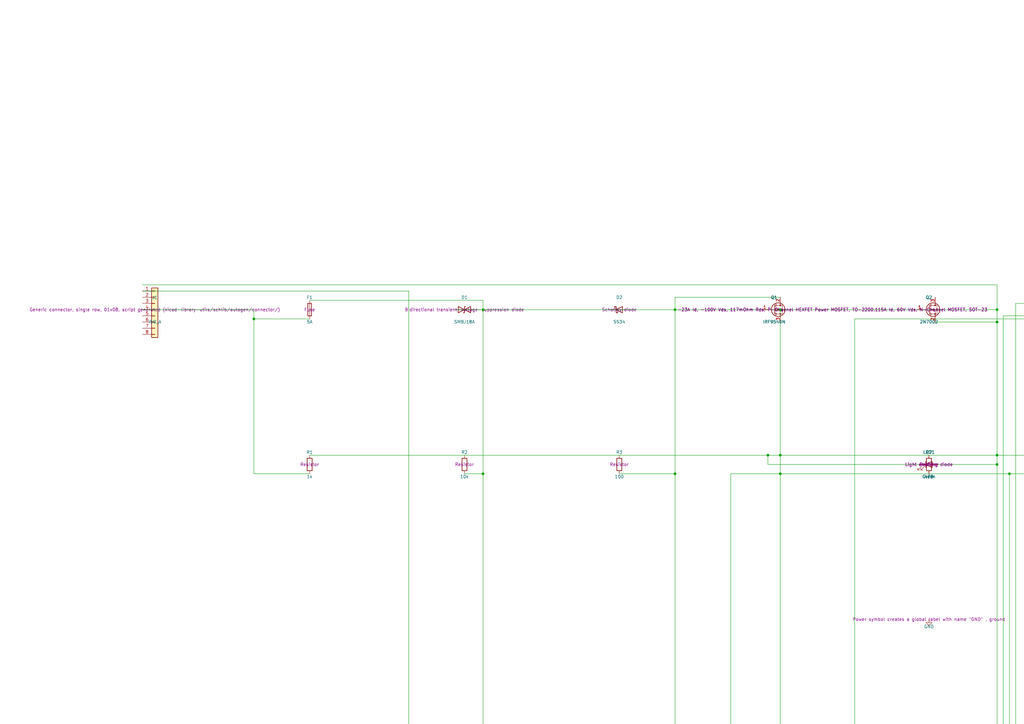
<source format=kicad_sch>
(kicad_sch (version 20250114) (generator "eeschema") (generator_version "9.0")
  (paper "A3")
  (title_block (title "WRX Power & CAN HAT") (date "2026-02-02T00:08:32.410828") (rev "1.0") (company "Auto-generated by Python"))
  (lib_symbols
    (symbol "Connector:Screw_Terminal_01x02" (pin_names (offset 1.016) (hide yes))
      (property "Reference" "J" (at 0 2.54 0))
      (property "Value" "Screw_Terminal_01x02" (at 0 -5.08 0))
      (symbol "Screw_Terminal_01x02_1_1"
        (pin passive line (at -5.08 0 0) (length 3.81) (name "Pin_1") (number "1"))
        (pin passive line (at -5.08 -2.54 0) (length 3.81) (name "Pin_2") (number "2"))
      )
    )
    (symbol "Connector_Generic:Conn_01x02" (pin_names (offset 1.016) (hide yes))
      (property "Reference" "J" (at 0 2.54 0))
      (property "Value" "Conn_01x02" (at 0 -5.08 0))
      (symbol "Conn_01x02_1_1"
        (pin passive line (at -5.08 0 0) (length 3.81) (name "Pin_1") (number "1"))
        (pin passive line (at -5.08 -2.54 0) (length 3.81) (name "Pin_2") (number "2"))
      )
    )
    (symbol "Connector_Generic:Conn_01x03" (pin_names (offset 1.016) (hide yes))
      (property "Reference" "J" (at 0 5.08 0))
      (property "Value" "Conn_01x03" (at 0 -5.08 0))
      (symbol "Conn_01x03_1_1"
        (pin passive line (at -5.08 2.54 0) (length 3.81) (name "Pin_1") (number "1"))
        (pin passive line (at -5.08 0 0) (length 3.81) (name "Pin_2") (number "2"))
        (pin passive line (at -5.08 -2.54 0) (length 3.81) (name "Pin_3") (number "3"))
      )
    )
    (symbol "Connector_Generic:Conn_01x06" (pin_names (offset 1.016) (hide yes))
      (property "Reference" "J" (at 0 7.62 0))
      (property "Value" "Conn_01x06" (at 0 -10.16 0))
      (symbol "Conn_01x06_1_1"
        (pin passive line (at -5.08 5.08 0) (length 3.81) (name "Pin_1") (number "1"))
        (pin passive line (at -5.08 2.54 0) (length 3.81) (name "Pin_2") (number "2"))
        (pin passive line (at -5.08 0 0) (length 3.81) (name "Pin_3") (number "3"))
        (pin passive line (at -5.08 -2.54 0) (length 3.81) (name "Pin_4") (number "4"))
        (pin passive line (at -5.08 -5.08 0) (length 3.81) (name "Pin_5") (number "5"))
        (pin passive line (at -5.08 -7.62 0) (length 3.81) (name "Pin_6") (number "6"))
      )
    )
    (symbol "Connector_Generic:Conn_01x08" (pin_names (offset 1.016) (hide yes))
      (property "Reference" "J" (at 0 10.16 0))
      (property "Value" "Conn_01x08" (at 0 -12.7 0))
      (symbol "Conn_01x08_1_1"
        (pin passive line (at -5.08 7.62 0) (length 3.81) (name "Pin_1") (number "1"))
        (pin passive line (at -5.08 5.08 0) (length 3.81) (name "Pin_2") (number "2"))
        (pin passive line (at -5.08 2.54 0) (length 3.81) (name "Pin_3") (number "3"))
        (pin passive line (at -5.08 0 0) (length 3.81) (name "Pin_4") (number "4"))
        (pin passive line (at -5.08 -2.54 0) (length 3.81) (name "Pin_5") (number "5"))
        (pin passive line (at -5.08 -5.08 0) (length 3.81) (name "Pin_6") (number "6"))
        (pin passive line (at -5.08 -7.62 0) (length 3.81) (name "Pin_7") (number "7"))
        (pin passive line (at -5.08 -10.16 0) (length 3.81) (name "Pin_8") (number "8"))
      )
    )
    (symbol "Connector_Generic:Conn_01x16" (pin_names (offset 1.016) (hide yes))
      (property "Reference" "J" (at 0 20.32 0))
      (property "Value" "Conn_01x16" (at 0 -22.86 0))
      (symbol "Conn_01x16_1_1"
        (pin passive line (at -5.08 17.78 0) (length 3.81) (name "Pin_1") (number "1"))
        (pin passive line (at -5.08 15.24 0) (length 3.81) (name "Pin_2") (number "2"))
        (pin passive line (at -5.08 12.7 0) (length 3.81) (name "Pin_3") (number "3"))
        (pin passive line (at -5.08 10.16 0) (length 3.81) (name "Pin_4") (number "4"))
        (pin passive line (at -5.08 7.62 0) (length 3.81) (name "Pin_5") (number "5"))
        (pin passive line (at -5.08 5.08 0) (length 3.81) (name "Pin_6") (number "6"))
        (pin passive line (at -5.08 2.54 0) (length 3.81) (name "Pin_7") (number "7"))
        (pin passive line (at -5.08 0 0) (length 3.81) (name "Pin_8") (number "8"))
        (pin passive line (at -5.08 -2.54 0) (length 3.81) (name "Pin_9") (number "9"))
        (pin passive line (at -5.08 -5.08 0) (length 3.81) (name "Pin_10") (number "10"))
        (pin passive line (at -5.08 -7.62 0) (length 3.81) (name "Pin_11") (number "11"))
        (pin passive line (at -5.08 -10.16 0) (length 3.81) (name "Pin_12") (number "12"))
        (pin passive line (at -5.08 -12.7 0) (length 3.81) (name "Pin_13") (number "13"))
        (pin passive line (at -5.08 -15.24 0) (length 3.81) (name "Pin_14") (number "14"))
        (pin passive line (at -5.08 -17.78 0) (length 3.81) (name "Pin_15") (number "15"))
        (pin passive line (at -5.08 -20.32 0) (length 3.81) (name "Pin_16") (number "16"))
      )
    )
    (symbol "Connector_Generic:Conn_02x03_Odd_Even" (pin_names (offset 1.016) (hide yes))
      (property "Reference" "J" (at 1.27 5.08 0))
      (property "Value" "Conn_02x03_Odd_Even" (at 1.27 -5.08 0))
      (symbol "Conn_02x03_Odd_Even_1_1"
        (pin passive line (at -5.08 2.54 0) (length 3.81) (name "Pin_1") (number "1"))
        (pin passive line (at -5.08 0 0) (length 3.81) (name "Pin_3") (number "3"))
        (pin passive line (at -5.08 -2.54 0) (length 3.81) (name "Pin_5") (number "5"))
        (pin passive line (at 7.62 2.54 180) (length 3.81) (name "Pin_2") (number "2"))
        (pin passive line (at 7.62 0 180) (length 3.81) (name "Pin_4") (number "4"))
        (pin passive line (at 7.62 -2.54 180) (length 3.81) (name "Pin_6") (number "6"))
      )
    )
    (symbol "Connector_Generic:Conn_02x20_Odd_Even" (pin_names (offset 1.016) (hide yes))
      (property "Reference" "J" (at 1.27 25.4 0))
      (property "Value" "Conn_02x20_Odd_Even" (at 1.27 -27.94 0))
      (symbol "Conn_02x20_Odd_Even_1_1"
        (pin passive line (at -5.08 22.86 0) (length 3.81) (name "Pin_1") (number "1"))
        (pin passive line (at -5.08 20.32 0) (length 3.81) (name "Pin_3") (number "3"))
        (pin passive line (at -5.08 17.78 0) (length 3.81) (name "Pin_5") (number "5"))
        (pin passive line (at -5.08 15.24 0) (length 3.81) (name "Pin_7") (number "7"))
        (pin passive line (at -5.08 12.7 0) (length 3.81) (name "Pin_9") (number "9"))
        (pin passive line (at -5.08 10.16 0) (length 3.81) (name "Pin_11") (number "11"))
        (pin passive line (at -5.08 7.62 0) (length 3.81) (name "Pin_13") (number "13"))
        (pin passive line (at -5.08 5.08 0) (length 3.81) (name "Pin_15") (number "15"))
        (pin passive line (at -5.08 2.54 0) (length 3.81) (name "Pin_17") (number "17"))
        (pin passive line (at -5.08 0 0) (length 3.81) (name "Pin_19") (number "19"))
        (pin passive line (at -5.08 -2.54 0) (length 3.81) (name "Pin_21") (number "21"))
        (pin passive line (at -5.08 -5.08 0) (length 3.81) (name "Pin_23") (number "23"))
        (pin passive line (at -5.08 -7.62 0) (length 3.81) (name "Pin_25") (number "25"))
        (pin passive line (at -5.08 -10.16 0) (length 3.81) (name "Pin_27") (number "27"))
        (pin passive line (at -5.08 -12.7 0) (length 3.81) (name "Pin_29") (number "29"))
        (pin passive line (at -5.08 -15.24 0) (length 3.81) (name "Pin_31") (number "31"))
        (pin passive line (at -5.08 -17.78 0) (length 3.81) (name "Pin_33") (number "33"))
        (pin passive line (at -5.08 -20.32 0) (length 3.81) (name "Pin_35") (number "35"))
        (pin passive line (at -5.08 -22.86 0) (length 3.81) (name "Pin_37") (number "37"))
        (pin passive line (at -5.08 -25.4 0) (length 3.81) (name "Pin_39") (number "39"))
        (pin passive line (at 7.62 22.86 180) (length 3.81) (name "Pin_2") (number "2"))
        (pin passive line (at 7.62 20.32 180) (length 3.81) (name "Pin_4") (number "4"))
        (pin passive line (at 7.62 17.78 180) (length 3.81) (name "Pin_6") (number "6"))
        (pin passive line (at 7.62 15.24 180) (length 3.81) (name "Pin_8") (number "8"))
        (pin passive line (at 7.62 12.7 180) (length 3.81) (name "Pin_10") (number "10"))
        (pin passive line (at 7.62 10.16 180) (length 3.81) (name "Pin_12") (number "12"))
        (pin passive line (at 7.62 7.62 180) (length 3.81) (name "Pin_14") (number "14"))
        (pin passive line (at 7.62 5.08 180) (length 3.81) (name "Pin_16") (number "16"))
        (pin passive line (at 7.62 2.54 180) (length 3.81) (name "Pin_18") (number "18"))
        (pin passive line (at 7.62 0 180) (length 3.81) (name "Pin_20") (number "20"))
        (pin passive line (at 7.62 -2.54 180) (length 3.81) (name "Pin_22") (number "22"))
        (pin passive line (at 7.62 -5.08 180) (length 3.81) (name "Pin_24") (number "24"))
        (pin passive line (at 7.62 -7.62 180) (length 3.81) (name "Pin_26") (number "26"))
        (pin passive line (at 7.62 -10.16 180) (length 3.81) (name "Pin_28") (number "28"))
        (pin passive line (at 7.62 -12.7 180) (length 3.81) (name "Pin_30") (number "30"))
        (pin passive line (at 7.62 -15.24 180) (length 3.81) (name "Pin_32") (number "32"))
        (pin passive line (at 7.62 -17.78 180) (length 3.81) (name "Pin_34") (number "34"))
        (pin passive line (at 7.62 -20.32 180) (length 3.81) (name "Pin_36") (number "36"))
        (pin passive line (at 7.62 -22.86 180) (length 3.81) (name "Pin_38") (number "38"))
        (pin passive line (at 7.62 -25.4 180) (length 3.81) (name "Pin_40") (number "40"))
      )
    )
    (symbol "Device:C" (pin_numbers (hide yes)) (pin_names (offset 0.254))
      (property "Reference" "C" (at 0.635 2.54 0))
      (property "Value" "C" (at 0.635 -2.54 0))
      (symbol "C_1_1"
        (pin passive line (at 0 3.81 270) (length 2.794) (name "~") (number "1"))
        (pin passive line (at 0 -3.81 90) (length 2.794) (name "~") (number "2"))
      )
    )
    (symbol "Device:Crystal" (pin_numbers (hide yes)) (pin_names (offset 1.016) (hide yes))
      (property "Reference" "Y" (at 0 3.81 0))
      (property "Value" "Crystal" (at 0 -3.81 0))
      (symbol "Crystal_1_1"
        (pin passive line (at -3.81 0 0) (length 1.27) (name "1") (number "1"))
        (pin passive line (at 3.81 0 180) (length 1.27) (name "2") (number "2"))
      )
    )
    (symbol "Device:D" (pin_numbers (hide yes)) (pin_names (offset 1.016) (hide yes))
      (property "Reference" "D" (at 0 2.54 0))
      (property "Value" "D" (at 0 -2.54 0))
      (symbol "D_1_1"
        (pin passive line (at -3.81 0 0) (length 2.54) (name "K") (number "1"))
        (pin passive line (at 3.81 0 180) (length 2.54) (name "A") (number "2"))
      )
    )
    (symbol "Device:D_Schottky" (pin_numbers (hide yes)) (pin_names (offset 1.016) (hide yes))
      (property "Reference" "D" (at 0 2.54 0))
      (property "Value" "D_Schottky" (at 0 -2.54 0))
      (symbol "D_Schottky_1_1"
        (pin passive line (at -3.81 0 0) (length 2.54) (name "K") (number "1"))
        (pin passive line (at 3.81 0 180) (length 2.54) (name "A") (number "2"))
      )
    )
    (symbol "Device:D_TVS" (pin_numbers (hide yes)) (pin_names (offset 1.016) (hide yes))
      (property "Reference" "D" (at 0 2.54 0))
      (property "Value" "D_TVS" (at 0 -2.54 0))
      (symbol "D_TVS_1_1"
        (pin passive line (at -3.81 0 0) (length 2.54) (name "A1") (number "1"))
        (pin passive line (at 3.81 0 180) (length 2.54) (name "A2") (number "2"))
      )
    )
    (symbol "Device:Fuse" (pin_numbers (hide yes)) (pin_names (offset 0))
      (property "Reference" "F" (at 2.032 0 90))
      (property "Value" "Fuse" (at -1.905 0 90))
      (symbol "Fuse_1_1"
        (pin passive line (at 0 3.81 270) (length 1.27) (name "~") (number "1"))
        (pin passive line (at 0 -3.81 90) (length 1.27) (name "~") (number "2"))
      )
    )
    (symbol "Device:L" (pin_numbers (hide yes)) (pin_names (offset 1.016) (hide yes))
      (property "Reference" "L" (at -1.27 0 90))
      (property "Value" "L" (at 1.905 0 90))
      (symbol "L_1_1"
        (pin passive line (at 0 3.81 270) (length 1.27) (name "1") (number "1"))
        (pin passive line (at 0 -3.81 90) (length 1.27) (name "2") (number "2"))
      )
    )
    (symbol "Device:LED" (pin_numbers (hide yes)) (pin_names (offset 1.016) (hide yes))
      (property "Reference" "D" (at 0 2.54 0))
      (property "Value" "LED" (at 0 -2.54 0))
      (symbol "LED_1_1"
        (pin passive line (at -3.81 0 0) (length 2.54) (name "K") (number "1"))
        (pin passive line (at 3.81 0 180) (length 2.54) (name "A") (number "2"))
      )
    )
    (symbol "Device:R" (pin_numbers (hide yes)) (pin_names (offset 0))
      (property "Reference" "R" (at 2.032 0 90))
      (property "Value" "R" (at 0 0 90))
      (symbol "R_1_1"
        (pin passive line (at 0 3.81 270) (length 1.27) (name "~") (number "1"))
        (pin passive line (at 0 -3.81 90) (length 1.27) (name "~") (number "2"))
      )
    )
    (symbol "Interface_CAN_LIN:SN65HVD230" (pin_names (offset 1.016))
      (property "Reference" "U" (at -2.54 10.16 0))
      (property "Value" "SN65HVD230" (at -2.54 7.62 0))
      (symbol "SN65HVD230_1_1"
        (pin input line (at -10.16 2.54 0) (length 2.54) (name "D") (number "1"))
        (pin output line (at -10.16 0 0) (length 2.54) (name "R") (number "4"))
        (pin output line (at -10.16 -2.54 0) (length 2.54) (name "Vref") (number "5"))
        (pin input line (at -10.16 -5.08 0) (length 2.54) (name "Rs") (number "8"))
        (pin power_in line (at 0 7.62 270) (length 2.54) (name "VCC") (number "3"))
        (pin power_in line (at 0 -10.16 90) (length 2.54) (name "GND") (number "2"))
        (pin bidirectional line (at 10.16 0 180) (length 2.54) (name "CANH") (number "7"))
        (pin bidirectional line (at 10.16 -2.54 180) (length 2.54) (name "CANL") (number "6"))
      )
    )
    (symbol "Isolator:LTV-817S" (pin_names (offset 1.016))
      (property "Reference" "U" (at -3.81 5.08 0))
      (property "Value" "LTV-817S" (at 0 -5.08 0))
      (symbol "LTV-817S_1_1"
        (pin passive line (at -7.62 2.54 0) (length 2.54) (name "~") (number "1"))
        (pin passive line (at -7.62 -2.54 0) (length 2.54) (name "~") (number "2"))
        (pin passive line (at 7.62 2.54 180) (length 2.54) (name "~") (number "4"))
        (pin passive line (at 7.62 -2.54 180) (length 2.54) (name "~") (number "3"))
      )
    )
    (symbol "Regulator_Linear:AMS1117-3.3"
      (property "Reference" "U" (at -3.81 3.175 0))
      (property "Value" "AMS1117-3.3" (at 0 3.175 0))
      (symbol "AMS1117-3.3_1_1"
        (pin power_in line (at -7.62 0 0) (length 2.54) (name "VI") (number "3"))
        (pin power_in line (at 0 -7.62 90) (length 2.54) (name "GND") (number "1"))
        (pin power_out line (at 7.62 0 180) (length 2.54) (name "VO") (number "2"))
      )
    )
    (symbol "Regulator_Switching:LM2596S-5"
      (property "Reference" "U" (at -10.16 6.35 0))
      (property "Value" "LM2596S-5" (at 0 6.35 0))
      (symbol "LM2596S-5_1_1"
        (pin power_in line (at -12.7 2.54 0) (length 2.54) (name "VIN") (number "1"))
        (pin input line (at -12.7 -2.54 0) (length 2.54) (name "~{ON}/OFF") (number "5"))
        (pin power_in line (at 0 -7.62 90) (length 2.54) (name "GND") (number "3"))
        (pin input line (at 12.7 2.54 180) (length 2.54) (name "FB") (number "4"))
        (pin output line (at 12.7 -2.54 180) (length 2.54) (name "OUT") (number "2"))
      )
    )
    (symbol "Transistor_FET:2N7002" (pin_names (offset 0) (hide yes))
      (property "Reference" "Q" (at 5.08 1.905 0))
      (property "Value" "2N7002" (at 5.08 0 0))
      (symbol "2N7002_1_1"
        (pin input line (at -5.08 0 0) (length 2.54) (name "G") (number "1"))
        (pin passive line (at 2.54 5.08 270) (length 2.54) (name "D") (number "3"))
        (pin passive line (at 2.54 -5.08 90) (length 2.54) (name "S") (number "2"))
      )
    )
    (symbol "Transistor_FET:IRF9540N" (pin_names (hide yes))
      (property "Reference" "Q" (at 5.08 1.905 0))
      (property "Value" "IRF9540N" (at 5.08 0 0))
      (symbol "IRF9540N_1_1"
        (pin input line (at -5.08 0 0) (length 2.54) (name "G") (number "1"))
        (pin passive line (at 2.54 5.08 270) (length 2.54) (name "D") (number "2"))
        (pin passive line (at 2.54 -5.08 90) (length 2.54) (name "S") (number "3"))
      )
    )
    (symbol "power:+3.3V" (power) (pin_numbers (hide yes)) (pin_names (offset 0) (hide yes))
      (property "Value" "+3.3V" (at 0 3.556 0))
      (symbol "+3.3V_1_1"
        (pin power_in line (at 0 0 90) (length 0) (name "~") (number "1"))
      )
    )
    (symbol "power:+5V" (power) (pin_numbers (hide yes)) (pin_names (offset 0) (hide yes))
      (property "Value" "+5V" (at 0 3.556 0))
      (symbol "+5V_1_1"
        (pin power_in line (at 0 0 90) (length 0) (name "~") (number "1"))
      )
    )
    (symbol "power:GND" (power) (pin_numbers (hide yes)) (pin_names (offset 0) (hide yes))
      (property "Value" "GND" (at 0 -3.81 0))
      (symbol "GND_1_1"
        (pin power_in line (at 0 0 270) (length 0) (name "~") (number "1"))
      )
    )
  )
  (junction (at 276.86 568.96))
  (junction (at 276.86 314.96))
  (junction (at 408.94 694.69))
  (junction (at 320.04 127))
  (junction (at 408.94 186.69))
  (junction (at 568.96 317.5))
  (junction (at 734.06 821.69))
  (junction (at 408.94 132.08))
  (junction (at 477.52 194.31))
  (junction (at 734.06 764.54))
  (junction (at 411.48 693.42))
  (junction (at 487.68 711.2))
  (junction (at 401.32 574.04))
  (junction (at 104.14 130.81))
  (junction (at 408.94 309.88))
  (junction (at 734.06 767.08))
  (junction (at 487.68 523.24))
  (junction (at 421.64 129.54))
  (junction (at 299.72 505.46))
  (junction (at 401.32 575.31))
  (junction (at 408.94 567.69))
  (junction (at 447.04 384.81))
  (junction (at 408.94 127))
  (junction (at 408.94 508))
  (junction (at 571.5 320.04))
  (junction (at 167.64 511.81))
  (junction (at 487.68 377.19))
  (junction (at 408.94 711.2))
  (junction (at 408.94 377.19))
  (junction (at 411.48 515.62))
  (junction (at 355.6 515.62))
  (junction (at 698.5 765.81))
  (junction (at 505.46 675.64))
  (junction (at 236.22 377.19))
  (junction (at 487.68 384.81))
  (junction (at 408.94 317.5))
  (junction (at 487.68 502.92))
  (junction (at 601.98 568.96))
  (junction (at 276.86 194.31))
  (junction (at 566.42 571.5))
  (junction (at 401.32 702.31))
  (junction (at 276.86 702.31))
  (junction (at 408.94 754.38))
  (junction (at 236.22 320.04))
  (junction (at 408.94 716.28))
  (junction (at 378.46 571.5))
  (junction (at 401.32 384.81))
  (junction (at 487.68 702.31))
  (junction (at 401.32 718.82))
  (junction (at 276.86 127))
  (junction (at 487.68 575.31))
  (junction (at 487.68 186.69))
  (junction (at 276.86 320.04))
  (junction (at 408.94 713.74))
  (junction (at 774.7 762))
  (junction (at 299.72 575.31))
  (junction (at 314.96 186.69))
  (junction (at 408.94 698.5))
  (junction (at 320.04 194.31))
  (junction (at 195.58 317.5))
  (junction (at 416.56 520.7))
  (junction (at 411.48 575.31))
  (junction (at 408.94 190.5))
  (junction (at 421.64 124.46))
  (junction (at 198.12 127))
  (junction (at 198.12 194.31))
  (junction (at 477.52 186.69))
  (junction (at 571.5 568.96))
  (junction (at 566.42 384.81))
  (junction (at 487.68 765.81))
  (junction (at 408.94 756.92))
  (junction (at 421.64 518.16))
  (junction (at 487.68 721.36))
  (junction (at 408.94 513.08))
  (junction (at 320.04 508))
  (junction (at 355.6 511.81))
  (junction (at 414.02 194.31))
  (junction (at 474.98 317.5))
  (junction (at 320.04 186.69))
  (junction (at 401.32 721.36))
  (junction (at 734.06 758.19))
  (junction (at 421.64 525.78))
  (junction (at 421.64 695.96))
  (junction (at 401.32 568.96))
  (junction (at 487.68 194.31))
  (junction (at 487.68 504.19))
  (junction (at 195.58 314.96))
  (wire (pts (xy 734.06 821.69) (xy 734.06 767.08)))
  (wire (pts (xy 195.58 317.5) (xy 408.94 317.5)))
  (wire (pts (xy 439.42 515.62) (xy 411.48 515.62)))
  (wire (pts (xy 198.12 123.19) (xy 198.12 127)))
  (wire (pts (xy 408.94 698.5) (xy 408.94 694.69)))
  (wire (pts (xy 299.72 194.31) (xy 299.72 505.46)))
  (wire (pts (xy 571.5 706.12) (xy 571.5 568.96)))
  (wire (pts (xy 254 497.84) (xy 350.52 497.84)))
  (wire (pts (xy 421.64 129.54) (xy 411.48 129.54)))
  (wire (pts (xy 408.94 754.38) (xy 408.94 716.28)))
  (wire (pts (xy 408.94 309.88) (xy 408.94 317.5)))
  (wire (pts (xy 408.94 713.74) (xy 408.94 711.2)))
  (wire (pts (xy 734.06 377.19) (xy 734.06 758.19)))
  (wire (pts (xy 375.92 721.36) (xy 401.32 721.36)))
  (wire (pts (xy 421.64 695.96) (xy 447.04 695.96)))
  (wire (pts (xy 762 758.19) (xy 734.06 758.19)))
  (wire (pts (xy 320.04 194.31) (xy 414.02 194.31)))
  (wire (pts (xy 186.69 127) (xy 198.12 127)))
  (wire (pts (xy 421.64 129.54) (xy 421.64 518.16)))
  (wire (pts (xy 487.68 702.31) (xy 401.32 702.31)))
  (wire (pts (xy 411.48 693.42) (xy 416.56 693.42)))
  (wire (pts (xy 254 377.19) (xy 236.22 377.19)))
  (wire (pts (xy 381 504.19) (xy 487.68 504.19)))
  (wire (pts (xy 421.64 124.46) (xy 421.64 129.54)))
  (wire (pts (xy 408.94 127) (xy 408.94 132.08)))
  (wire (pts (xy 276.86 314.96) (xy 276.86 320.04)))
  (wire (pts (xy 195.58 321.31) (xy 195.58 317.5)))
  (wire (pts (xy 401.32 568.96) (xy 276.86 568.96)))
  (wire (pts (xy 314.96 186.69) (xy 314.96 190.5)))
  (wire (pts (xy 127 690.88) (xy 167.64 690.88)))
  (wire (pts (xy 299.72 505.46) (xy 325.12 505.46)))
  (wire (pts (xy 190.5 313.69) (xy 401.32 313.69)))
  (wire (pts (xy 820.42 764.54) (xy 734.06 764.54)))
  (wire (pts (xy 487.68 384.81) (xy 487.68 502.92)))
  (wire (pts (xy 734.06 767.08) (xy 734.06 764.54)))
  (wire (pts (xy 408.94 756.92) (xy 408.94 754.38)))
  (wire (pts (xy 388.62 716.28) (xy 408.94 716.28)))
  (wire (pts (xy 414.02 194.31) (xy 477.52 194.31)))
  (wire (pts (xy 408.94 377.19) (xy 408.94 508)))
  (wire (pts (xy 401.32 575.31) (xy 411.48 575.31)))
  (wire (pts (xy 820.42 762) (xy 774.7 762)))
  (wire (pts (xy 377.19 190.5) (xy 314.96 190.5)))
  (wire (pts (xy 401.32 575.31) (xy 401.32 574.04)))
  (wire (pts (xy 350.52 130.81) (xy 350.52 497.84)))
  (wire (pts (xy 820.42 756.92) (xy 408.94 756.92)))
  (wire (pts (xy 236.22 320.04) (xy 276.86 320.04)))
  (wire (pts (xy 601.98 568.96) (xy 571.5 568.96)))
  (wire (pts (xy 408.94 132.08) (xy 408.94 186.69)))
  (wire (pts (xy 276.86 127) (xy 276.86 194.31)))
  (wire (pts (xy 198.12 127) (xy 198.12 194.31)))
  (wire (pts (xy 355.6 515.62) (xy 411.48 515.62)))
  (wire (pts (xy 566.42 508) (xy 505.46 508)))
  (wire (pts (xy 254 515.62) (xy 355.6 515.62)))
  (wire (pts (xy 236.22 384.81) (xy 401.32 384.81)))
  (wire (pts (xy 276.86 702.31) (xy 299.72 702.31)))
  (wire (pts (xy 698.5 384.81) (xy 698.5 765.81)))
  (wire (pts (xy 355.6 511.81) (xy 355.6 515.62)))
  (wire (pts (xy 566.42 711.2) (xy 487.68 711.2)))
  (wire (pts (xy 104.14 127) (xy 104.14 130.81)))
  (wire (pts (xy 276.86 121.92) (xy 276.86 127)))
  (wire (pts (xy 439.42 523.24) (xy 487.68 523.24)))
  (wire (pts (xy 408.94 513.08) (xy 408.94 508)))
  (wire (pts (xy 190.5 694.69) (xy 408.94 694.69)))
  (wire (pts (xy 355.6 510.54) (xy 355.6 511.81)))
  (wire (pts (xy 574.04 502.92) (xy 601.98 502.92)))
  (wire (pts (xy 58.42 116.84) (xy 408.94 116.84)))
  (wire (pts (xy 186.69 571.5) (xy 378.46 571.5)))
  (wire (pts (xy 575.31 317.5) (xy 568.96 317.5)))
  (wire (pts (xy 401.32 574.04) (xy 401.32 568.96)))
  (wire (pts (xy 571.5 320.04) (xy 566.42 320.04)))
  (wire (pts (xy 421.64 525.78) (xy 421.64 518.16)))
  (wire (pts (xy 378.46 571.5) (xy 378.46 765.81)))
  (wire (pts (xy 401.32 568.96) (xy 571.5 568.96)))
  (wire (pts (xy 320.04 194.31) (xy 320.04 508)))
  (wire (pts (xy 411.48 515.62) (xy 411.48 575.31)))
  (wire (pts (xy 375.92 695.96) (xy 421.64 695.96)))
  (wire (pts (xy 375.92 711.2) (xy 408.94 711.2)))
  (wire (pts (xy 571.5 567.69) (xy 568.96 567.69)))
  (wire (pts (xy 381 511.81) (xy 355.6 511.81)))
  (wire (pts (xy 254 194.31) (xy 276.86 194.31)))
  (wire (pts (xy 734.06 821.69) (xy 774.7 821.69)))
  (wire (pts (xy 58.42 127) (xy 104.14 127)))
  (wire (pts (xy 487.68 765.81) (xy 698.5 765.81)))
  (wire (pts (xy 571.5 575.31) (xy 487.68 575.31)))
  (wire (pts (xy 505.46 829.31) (xy 505.46 675.64)))
  (wire (pts (xy 408.94 716.28) (xy 408.94 713.74)))
  (wire (pts (xy 195.58 314.96) (xy 195.58 317.5)))
  (wire (pts (xy 566.42 706.12) (xy 571.5 706.12)))
  (wire (pts (xy 566.42 384.81) (xy 566.42 571.5)))
  (wire (pts (xy 487.68 194.31) (xy 487.68 377.19)))
  (wire (pts (xy 375.92 675.64) (xy 505.46 675.64)))
  (wire (pts (xy 421.64 124.46) (xy 452.12 124.46)))
  (wire (pts (xy 444.5 384.81) (xy 447.04 384.81)))
  (wire (pts (xy 243.84 505.46) (xy 299.72 505.46)))
  (wire (pts (xy 320.04 186.69) (xy 408.94 186.69)))
  (wire (pts (xy 487.68 377.19) (xy 487.68 384.81)))
  (wire (pts (xy 820.42 754.38) (xy 408.94 754.38)))
  (wire (pts (xy 487.68 702.31) (xy 487.68 575.31)))
  (wire (pts (xy 408.94 513.08) (xy 574.04 513.08)))
  (wire (pts (xy 487.68 502.92) (xy 487.68 504.19)))
  (wire (pts (xy 635 377.19) (xy 734.06 377.19)))
  (wire (pts (xy 408.94 698.5) (xy 421.64 698.5)))
  (wire (pts (xy 568.96 317.5) (xy 568.96 567.69)))
  (wire (pts (xy 190.5 321.31) (xy 195.58 321.31)))
  (wire (pts (xy 320.04 194.31) (xy 299.72 194.31)))
  (wire (pts (xy 447.04 384.81) (xy 447.04 695.96)))
  (wire (pts (xy 566.42 320.04) (xy 566.42 384.81)))
  (wire (pts (xy 439.42 518.16) (xy 421.64 518.16)))
  (wire (pts (xy 320.04 508) (xy 408.94 508)))
  (wire (pts (xy 408.94 186.69) (xy 408.94 190.5)))
  (wire (pts (xy 508 377.19) (xy 487.68 377.19)))
  (wire (pts (xy 487.68 702.31) (xy 698.5 702.31)))
  (wire (pts (xy 401.32 702.31) (xy 401.32 575.31)))
  (wire (pts (xy 487.68 523.24) (xy 487.68 575.31)))
  (wire (pts (xy 317.5 377.19) (xy 408.94 377.19)))
  (wire (pts (xy 487.68 721.36) (xy 487.68 711.2)))
  (wire (pts (xy 127 575.31) (xy 198.12 575.31)))
  (wire (pts (xy 190.5 702.31) (xy 276.86 702.31)))
  (wire (pts (xy 571.5 384.81) (xy 566.42 384.81)))
  (wire (pts (xy 601.98 568.96) (xy 693.42 568.96)))
  (wire (pts (xy 119.38 698.5) (xy 408.94 698.5)))
  (wire (pts (xy 487.68 186.69) (xy 635 186.69)))
  (wire (pts (xy 236.22 384.81) (xy 236.22 377.19)))
  (wire (pts (xy 320.04 127) (xy 408.94 127)))
  (wire (pts (xy 762 765.81) (xy 698.5 765.81)))
  (wire (pts (xy 421.64 695.96) (xy 421.64 525.78)))
  (wire (pts (xy 195.58 314.96) (xy 276.86 314.96)))
  (wire (pts (xy 474.98 317.5) (xy 408.94 317.5)))
  (wire (pts (xy 408.94 116.84) (xy 408.94 127)))
  (wire (pts (xy 820.42 767.08) (xy 734.06 767.08)))
  (wire (pts (xy 167.64 690.88) (xy 167.64 511.81)))
  (wire (pts (xy 444.5 377.19) (xy 408.94 377.19)))
  (wire (pts (xy 474.98 317.5) (xy 568.96 317.5)))
  (wire (pts (xy 401.32 721.36) (xy 487.68 721.36)))
  (wire (pts (xy 487.68 575.31) (xy 411.48 575.31)))
  (wire (pts (xy 401.32 721.36) (xy 401.32 718.82)))
  (wire (pts (xy 635 821.69) (xy 734.06 821.69)))
  (wire (pts (xy 299.72 702.31) (xy 299.72 575.31)))
  (wire (pts (xy 477.52 186.69) (xy 487.68 186.69)))
  (wire (pts (xy 127 130.81) (xy 104.14 130.81)))
  (wire (pts (xy 411.48 129.54) (xy 411.48 515.62)))
  (wire (pts (xy 474.98 123.19) (xy 474.98 317.5)))
  (wire (pts (xy 388.62 708.66) (xy 325.12 708.66)))
  (wire (pts (xy 408.94 317.5) (xy 408.94 377.19)))
  (wire (pts (xy 320.04 127) (xy 320.04 186.69)))
  (wire (pts (xy 317.5 511.81) (xy 167.64 511.81)))
  (wire (pts (xy 487.68 711.2) (xy 487.68 702.31)))
  (wire (pts (xy 114.3 320.04) (xy 236.22 320.04)))
  (wire (pts (xy 444.5 123.19) (xy 474.98 123.19)))
  (wire (pts (xy 276.86 702.31) (xy 276.86 568.96)))
  (wire (pts (xy 566.42 703.58) (xy 566.42 571.5)))
  (wire (pts (xy 276.86 127) (xy 320.04 127)))
  (wire (pts (xy 416.56 693.42) (xy 416.56 520.7)))
  (wire (pts (xy 421.64 698.5) (xy 421.64 695.96)))
  (wire (pts (xy 820.42 759.46) (xy 774.7 759.46)))
  (wire (pts (xy 299.72 575.31) (xy 299.72 505.46)))
  (wire (pts (xy 629.92 571.5) (xy 693.42 571.5)))
  (wire (pts (xy 276.86 194.31) (xy 276.86 314.96)))
  (wire (pts (xy 477.52 186.69) (xy 477.52 194.31)))
  (wire (pts (xy 384.81 190.5) (xy 408.94 190.5)))
  (wire (pts (xy 487.68 504.19) (xy 487.68 523.24)))
  (wire (pts (xy 320.04 186.69) (xy 320.04 194.31)))
  (wire (pts (xy 190.5 194.31) (xy 198.12 194.31)))
  (wire (pts (xy 487.68 765.81) (xy 487.68 721.36)))
  (wire (pts (xy 693.42 574.04) (xy 401.32 574.04)))
  (wire (pts (xy 314.96 186.69) (xy 320.04 186.69)))
  (wire (pts (xy 408.94 694.69) (xy 698.5 694.69)))
  (wire (pts (xy 447.04 384.81) (xy 487.68 384.81)))
  (wire (pts (xy 236.22 320.04) (xy 236.22 377.19)))
  (wire (pts (xy 566.42 713.74) (xy 408.94 713.74)))
  (wire (pts (xy 487.68 194.31) (xy 635 194.31)))
  (wire (pts (xy 421.64 124.46) (xy 416.56 124.46)))
  (wire (pts (xy 198.12 127) (xy 276.86 127)))
  (wire (pts (xy 487.68 765.81) (xy 378.46 765.81)))
  (wire (pts (xy 325.12 505.46) (xy 325.12 708.66)))
  (wire (pts (xy 299.72 575.31) (xy 401.32 575.31)))
  (wire (pts (xy 320.04 121.92) (xy 276.86 121.92)))
  (wire (pts (xy 408.94 190.5) (xy 408.94 309.88)))
  (wire (pts (xy 114.3 314.96) (xy 195.58 314.96)))
  (wire (pts (xy 104.14 130.81) (xy 104.14 194.31)))
  (wire (pts (xy 408.94 567.69) (xy 408.94 513.08)))
  (wire (pts (xy 127 186.69) (xy 314.96 186.69)))
  (wire (pts (xy 127 194.31) (xy 104.14 194.31)))
  (wire (pts (xy 401.32 384.81) (xy 401.32 568.96)))
  (wire (pts (xy 58.42 119.38) (xy 167.64 119.38)))
  (wire (pts (xy 408.94 758.19) (xy 408.94 756.92)))
  (wire (pts (xy 408.94 758.19) (xy 698.5 758.19)))
  (wire (pts (xy 411.48 693.42) (xy 411.48 575.31)))
  (wire (pts (xy 571.5 320.04) (xy 571.5 568.96)))
  (wire (pts (xy 408.94 694.69) (xy 408.94 567.69)))
  (wire (pts (xy 408.94 711.2) (xy 408.94 698.5)))
  (wire (pts (xy 127 309.88) (xy 408.94 309.88)))
  (wire (pts (xy 601.98 502.92) (xy 601.98 568.96)))
  (wire (pts (xy 383.54 132.08) (xy 408.94 132.08)))
  (wire (pts (xy 243.84 510.54) (xy 355.6 510.54)))
  (wire (pts (xy 414.02 194.31) (xy 414.02 571.5)))
  (wire (pts (xy 254 575.31) (xy 299.72 575.31)))
  (wire (pts (xy 243.84 508) (xy 320.04 508)))
  (wire (pts (xy 508 384.81) (xy 487.68 384.81)))
  (wire (pts (xy 375.92 693.42) (xy 411.48 693.42)))
  (wire (pts (xy 635 384.81) (xy 698.5 384.81)))
  (wire (pts (xy 505.46 508) (xy 505.46 675.64)))
  (wire (pts (xy 416.56 124.46) (xy 416.56 520.7)))
  (wire (pts (xy 388.62 718.82) (xy 401.32 718.82)))
  (wire (pts (xy 243.84 502.92) (xy 487.68 502.92)))
  (wire (pts (xy 378.46 571.5) (xy 414.02 571.5)))
  (wire (pts (xy 439.42 520.7) (xy 416.56 520.7)))
  (wire (pts (xy 487.68 186.69) (xy 487.68 194.31)))
  (wire (pts (xy 571.5 320.04) (xy 642.62 320.04)))
  (wire (pts (xy 487.68 194.31) (xy 477.52 194.31)))
  (wire (pts (xy 408.94 186.69) (xy 477.52 186.69)))
  (wire (pts (xy 127 123.19) (xy 198.12 123.19)))
  (wire (pts (xy 774.7 762) (xy 774.7 821.69)))
  (wire (pts (xy 502.92 571.5) (xy 566.42 571.5)))
  (wire (pts (xy 401.32 718.82) (xy 401.32 702.31)))
  (wire (pts (xy 401.32 313.69) (xy 401.32 384.81)))
  (wire (pts (xy 198.12 194.31) (xy 198.12 575.31)))
  (wire (pts (xy 734.06 764.54) (xy 734.06 758.19)))
  (wire (pts (xy 444.5 130.81) (xy 350.52 130.81)))
  (wire (pts (xy 276.86 320.04) (xy 276.86 568.96)))
  (wire (pts (xy 774.7 759.46) (xy 774.7 762)))
  (wire (pts (xy 167.64 119.38) (xy 167.64 511.81)))
  (wire (pts (xy 571.5 829.31) (xy 505.46 829.31)))
  (wire (pts (xy 421.64 129.54) (xy 452.12 129.54)))
  (wire (pts (xy 127 567.69) (xy 408.94 567.69)))
  (wire (pts (xy 439.42 525.78) (xy 421.64 525.78)))
  (symbol (lib_id "Device:C") (at 635 190.5 0) (unit 1)
    (property "Reference" "C10" (at 635 185.5 0))
    (property "Value" "10uF" (at 635 195.5 0))
    (property "Description" "Unpolarized capacitor" (at 635 190.5 0))
  )
  (symbol (lib_id "Device:R") (at 254 381 0) (unit 1)
    (property "Reference" "R4" (at 254 376 0))
    (property "Value" "1.5k" (at 254 386 0))
    (property "Description" "Resistor" (at 254 381 0))
  )
  (symbol (lib_id "Device:R") (at 317.5 381 0) (unit 1)
    (property "Reference" "R5" (at 317.5 376 0))
    (property "Value" "1k" (at 317.5 386 0))
    (property "Description" "Resistor" (at 317.5 381 0))
  )
  (symbol (lib_id "Device:Crystal") (at 190.5 571.5 0) (unit 1)
    (property "Reference" "Y1" (at 190.5 566.5 0))
    (property "Value" "8MHz" (at 190.5 576.5 0))
    (property "Description" "Two pin crystal" (at 190.5 571.5 0))
  )
  (symbol (lib_id "Device:C") (at 698.5 762 0) (unit 1)
    (property "Reference" "C14" (at 698.5 757 0))
    (property "Value" "2.2uF" (at 698.5 767 0))
    (property "Description" "Unpolarized capacitor" (at 698.5 762 0))
  )
  (symbol (lib_id "Connector_Generic:Conn_01x16") (at 444.5 508 0) (unit 1)
    (property "Reference" "J3" (at 444.5 503 0))
    (property "Value" "OBD-II" (at 444.5 513 0))
    (property "Description" "Generic connector, single row, 01x16, script generated (kicad-library-utils/schlib/autogen/connector/)" (at 444.5 508 0))
  )
  (symbol (lib_id "Connector_Generic:Conn_01x02") (at 635 571.5 0) (unit 1)
    (property "Reference" "J6" (at 635 566.5 0))
    (property "Value" "FAN" (at 635 576.5 0))
    (property "Description" "Generic connector, single row, 01x02, script generated (kicad-library-utils/schlib/autogen/connector/)" (at 635 571.5 0))
  )
  (symbol (lib_id "Device:CP") (at 190.5 381 0) (unit 1)
    (property "Reference" "C?" (at 190.5 376 0))
    (property "Value" "220uF" (at 190.5 386 0))
  )
  (symbol (lib_id "Device:R") (at 635 381 0) (unit 1)
    (property "Reference" "R16" (at 635 376 0))
    (property "Value" "470" (at 635 386 0))
    (property "Description" "Resistor" (at 635 381 0))
  )
  (symbol (lib_id "Device:R") (at 381 508 0) (unit 1)
    (property "Reference" "R8" (at 381 503 0))
    (property "Value" "120" (at 381 513 0))
    (property "Description" "Resistor" (at 381 508 0))
  )
  (symbol (lib_id "Device:D") (at 635 508 0) (unit 1)
    (property "Reference" "D4" (at 635 503 0))
    (property "Value" "1N4148" (at 635 513 0))
    (property "Description" "Diode" (at 635 508 0))
    (property "Sim.Device" "D" (effects (hide yes)))
    (property "Sim.Pins" "1=K 2=A" (effects (hide yes)))
  )
  (symbol (lib_id "Device:C") (at 635 698.5 0) (unit 1)
    (property "Reference" "C11" (at 635 693.5 0))
    (property "Value" "1uF" (at 635 703.5 0))
    (property "Description" "Unpolarized capacitor" (at 635 698.5 0))
  )
  (symbol (lib_id "Connector:Screw_Terminal_01x02") (at 444.5 571.5 0) (unit 1)
    (property "Reference" "J4" (at 444.5 566.5 0))
    (property "Value" "CAN_Term" (at 444.5 576.5 0))
    (property "Description" "Generic screw terminal, single row, 01x02, script generated (kicad-library-utils/schlib/autogen/connector/)" (at 444.5 571.5 0))
  )
  (symbol (lib_id "Device:D_Schottky") (at 254 127 0) (unit 1)
    (property "Reference" "D2" (at 254 122 0))
    (property "Value" "SS34" (at 254 132 0))
    (property "Description" "Schottky diode" (at 254 127 0))
  )
  (symbol (lib_id "Device:C") (at 571.5 190.5 0) (unit 1)
    (property "Reference" "C8" (at 571.5 185.5 0))
    (property "Value" "100nF" (at 571.5 195.5 0))
    (property "Description" "Unpolarized capacitor" (at 571.5 190.5 0))
  )
  (symbol (lib_id "Device:C") (at 381 571.5 0) (unit 1)
    (property "Reference" "C6" (at 381 566.5 0))
    (property "Value" "22pF" (at 381 576.5 0))
    (property "Description" "Unpolarized capacitor" (at 381 571.5 0))
  )
  (symbol (lib_id "Device:C") (at 635 762 0) (unit 1)
    (property "Reference" "C12" (at 635 757 0))
    (property "Value" "2.2uF" (at 635 767 0))
    (property "Description" "Unpolarized capacitor" (at 635 762 0))
  )
  (symbol (lib_id "Device:CP") (at 317.5 190.5 0) (unit 1)
    (property "Reference" "C?" (at 317.5 185.5 0))
    (property "Value" "100uF" (at 317.5 195.5 0))
  )
  (symbol (lib_id "Device:L") (at 190.5 317.5 0) (unit 1)
    (property "Reference" "L1" (at 190.5 312.5 0))
    (property "Value" "33uH" (at 190.5 322.5 0))
    (property "Description" "Inductor" (at 190.5 317.5 0))
  )
  (symbol (lib_id "Connector_Generic:Conn_01x08") (at 63.5 127 0) (unit 1)
    (property "Reference" "J1" (at 63.5 122 0))
    (property "Value" "ISO_A" (at 63.5 132 0))
    (property "Description" "Generic connector, single row, 01x08, script generated (kicad-library-utils/schlib/autogen/connector/)" (at 63.5 127 0))
  )
  (symbol (lib_id "Regulator_Linear:AMS1117-3.3") (at 127 698.5 0) (unit 1)
    (property "Reference" "U2" (at 127 693.5 0))
    (property "Value" "AMS1117-3.3" (at 127 703.5 0))
    (property "Footprint" "Package_TO_SOT_SMD:SOT-223-3_TabPin2" (effects (hide yes)))
    (property "Datasheet" "http://www.advanced-monolithic.com/pdf/ds1117.pdf" (effects (hide yes)))
    (property "Description" "1A Low Dropout regulator, positive, 3.3V fixed output, SOT-223" (at 127 698.5 0))
  )
  (symbol (lib_id "Connector_Generic:Conn_02x20_Odd_Even") (at 381 698.5 0) (unit 1)
    (property "Reference" "J2" (at 381 693.5 0))
    (property "Value" "Pi_GPIO" (at 381 703.5 0))
    (property "Description" "Generic connector, double row, 02x20, odd/even pin numbering scheme (row 1 odd numbers, row 2 even numbers), script generated (kicad-library-utils/schlib/autogen/connector/)" (at 381 698.5 0))
  )
  (symbol (lib_id "Device:C") (at 254 698.5 0) (unit 1)
    (property "Reference" "C4" (at 254 693.5 0))
    (property "Value" "10uF" (at 254 703.5 0))
    (property "Description" "Unpolarized capacitor" (at 254 698.5 0))
  )
  (symbol (lib_id "Device:R") (at 571.5 825.5 0) (unit 1)
    (property "Reference" "R15" (at 571.5 820.5 0))
    (property "Value" "1k" (at 571.5 830.5 0))
    (property "Description" "Resistor" (at 571.5 825.5 0))
  )
  (symbol (lib_id "MCU_Microchip_ATtiny:ATtiny85-20PU") (at 444.5 317.5 0) (unit 1)
    (property "Reference" "U?" (at 444.5 312.5 0))
    (property "Value" "ATtiny85" (at 444.5 322.5 0))
  )
  (symbol (lib_id "Device:C") (at 444.5 381 0) (unit 1)
    (property "Reference" "C7" (at 444.5 376 0))
    (property "Value" "100nF" (at 444.5 386 0))
    (property "Description" "Unpolarized capacitor" (at 444.5 381 0))
  )
  (symbol (lib_id "power:+3.3V") (at 63.5 635 0) (unit 1)
    (property "Reference" "#PWR03" (effects (hide yes)))
    (property "Value" "+3.3V" (at 63.5 638 0))
    (property "Description" "Power symbol creates a global label with name \"+3.3V\"" (at 63.5 635 0))
  )
  (symbol (lib_id "Device:R") (at 698.5 825.5 0) (unit 1)
    (property "Reference" "R18" (at 698.5 820.5 0))
    (property "Value" "1k" (at 698.5 830.5 0))
    (property "Description" "Resistor" (at 698.5 825.5 0))
  )
  (symbol (lib_id "Device:R") (at 571.5 571.5 0) (unit 1)
    (property "Reference" "R14" (at 571.5 566.5 0))
    (property "Value" "1k" (at 571.5 576.5 0))
    (property "Description" "Resistor" (at 571.5 571.5 0))
  )
  (symbol (lib_id "Connector_Generic:Conn_01x03") (at 698.5 571.5 0) (unit 1)
    (property "Reference" "JP2" (at 698.5 566.5 0))
    (property "Value" "5V/12V" (at 698.5 576.5 0))
    (property "Description" "Generic connector, single row, 01x03, script generated (kicad-library-utils/schlib/autogen/connector/)" (at 698.5 571.5 0))
  )
  (symbol (lib_id "Isolator:LTV-817S") (at 444.5 127 0) (unit 1)
    (property "Reference" "U4" (at 444.5 122 0))
    (property "Value" "LTV-817S" (at 444.5 132 0))
    (property "Footprint" "Package_DIP:SMDIP-4_W9.53mm" (effects (hide yes)))
    (property "Datasheet" "http://www.us.liteon.com/downloads/LTV-817-827-847.PDF" (effects (hide yes)))
    (property "Description" "DC Optocoupler, Vce 35V, CTR 50%, SMDIP-4" (at 444.5 127 0))
  )
  (symbol (lib_id "Device:R") (at 317.5 508 0) (unit 1)
    (property "Reference" "R6" (at 317.5 503 0))
    (property "Value" "10k" (at 317.5 513 0))
    (property "Description" "Resistor" (at 317.5 508 0))
  )
  (symbol (lib_id "Device:R") (at 508 190.5 0) (unit 1)
    (property "Reference" "R11" (at 508 185.5 0))
    (property "Value" "10k" (at 508 195.5 0))
    (property "Description" "Resistor" (at 508 190.5 0))
  )
  (symbol (lib_id "Connector_Generic:Conn_01x02") (at 508 571.5 0) (unit 1)
    (property "Reference" "JP1" (at 508 566.5 0))
    (property "Value" "Jumper" (at 508 576.5 0))
    (property "Description" "Generic connector, single row, 01x02, script generated (kicad-library-utils/schlib/autogen/connector/)" (at 508 571.5 0))
  )
  (symbol (lib_id "Device:R") (at 571.5 381 0) (unit 1)
    (property "Reference" "R13" (at 571.5 376 0))
    (property "Value" "470" (at 571.5 386 0))
    (property "Description" "Resistor" (at 571.5 381 0))
  )
  (symbol (lib_id "Device:C") (at 190.5 698.5 0) (unit 1)
    (property "Reference" "C2" (at 190.5 693.5 0))
    (property "Value" "10uF" (at 190.5 703.5 0))
    (property "Description" "Unpolarized capacitor" (at 190.5 698.5 0))
  )
  (symbol (lib_id "Device:R") (at 635 825.5 0) (unit 1)
    (property "Reference" "R17" (at 635 820.5 0))
    (property "Value" "1k" (at 635 830.5 0))
    (property "Description" "Resistor" (at 635 825.5 0))
  )
  (symbol (lib_id "Device:R") (at 444.5 127 0) (unit 1)
    (property "Reference" "R9" (at 444.5 122 0))
    (property "Value" "10k" (at 444.5 132 0))
    (property "Description" "Resistor" (at 444.5 127 0))
  )
  (symbol (lib_id "Device:D_Schottky") (at 254 317.5 0) (unit 1)
    (property "Reference" "D3" (at 254 312.5 0))
    (property "Value" "SS54" (at 254 322.5 0))
    (property "Description" "Schottky diode" (at 254 317.5 0))
  )
  (symbol (lib_id "Regulator_Switching:LM2596S-5") (at 127 317.5 0) (unit 1)
    (property "Reference" "U1" (at 127 312.5 0))
    (property "Value" "LM2596S-5.0" (at 127 322.5 0))
    (property "Footprint" "Package_TO_SOT_SMD:TO-263-5_TabPin3" (effects (hide yes)))
    (property "Datasheet" "http://www.ti.com/lit/ds/symlink/lm2596.pdf" (effects (hide yes)))
    (property "Description" "5V 3A Step-Down Voltage Regulator, TO-263" (at 127 317.5 0))
  )
  (symbol (lib_id "Device:R") (at 508 381 0) (unit 1)
    (property "Reference" "R12" (at 508 376 0))
    (property "Value" "10k" (at 508 386 0))
    (property "Description" "Resistor" (at 508 381 0))
  )
  (symbol (lib_id "Connector_Generic:Conn_01x06") (at 825.5 762 0) (unit 1)
    (property "Reference" "J7" (at 825.5 757 0))
    (property "Value" "Audio" (at 825.5 767 0))
    (property "Description" "Generic connector, single row, 01x06, script generated (kicad-library-utils/schlib/autogen/connector/)" (at 825.5 762 0))
  )
  (symbol (lib_id "Device:C") (at 571.5 762 0) (unit 1)
    (property "Reference" "C9" (at 571.5 757 0))
    (property "Value" "2.2uF" (at 571.5 767 0))
    (property "Description" "Unpolarized capacitor" (at 571.5 762 0))
  )
  (symbol (lib_id "Connector_Generic:Conn_01x16") (at 571.5 698.5 0) (unit 1)
    (property "Reference" "U5" (at 571.5 693.5 0))
    (property "Value" "PCM5142" (at 571.5 703.5 0))
    (property "Description" "Generic connector, single row, 01x16, script generated (kicad-library-utils/schlib/autogen/connector/)" (at 571.5 698.5 0))
  )
  (symbol (lib_id "Transistor_FET:2N7002") (at 381 127 0) (unit 1)
    (property "Reference" "Q2" (at 381 122 0))
    (property "Value" "2N7002" (at 381 132 0))
    (property "Footprint" "Package_TO_SOT_SMD:SOT-23" (effects (hide yes)))
    (property "Datasheet" "https://www.onsemi.com/pub/Collateral/NDS7002A-D.PDF" (effects (hide yes)))
    (property "Description" "0.115A Id, 60V Vds, N-Channel MOSFET, SOT-23" (at 381 127 0))
  )
  (symbol (lib_id "Device:LED") (at 571.5 317.5 0) (unit 1)
    (property "Reference" "LED3" (at 571.5 312.5 0))
    (property "Value" "Yellow" (at 571.5 322.5 0))
    (property "Description" "Light emitting diode" (at 571.5 317.5 0))
    (property "Sim.Pins" "1=K 2=A" (effects (hide yes)))
  )
  (symbol (lib_id "Device:C") (at 254 571.5 0) (unit 1)
    (property "Reference" "C3" (at 254 566.5 0))
    (property "Value" "100nF" (at 254 576.5 0))
    (property "Description" "Unpolarized capacitor" (at 254 571.5 0))
  )
  (symbol (lib_id "Device:R") (at 444.5 190.5 0) (unit 1)
    (property "Reference" "R10" (at 444.5 185.5 0))
    (property "Value" "1k" (at 444.5 195.5 0))
    (property "Description" "Resistor" (at 444.5 190.5 0))
  )
  (symbol (lib_id "Device:R") (at 190.5 190.5 0) (unit 1)
    (property "Reference" "R2" (at 190.5 185.5 0))
    (property "Value" "10k" (at 190.5 195.5 0))
    (property "Description" "Resistor" (at 190.5 190.5 0))
  )
  (symbol (lib_id "Device:LED") (at 508 317.5 0) (unit 1)
    (property "Reference" "LED2" (at 508 312.5 0))
    (property "Value" "Red" (at 508 322.5 0))
    (property "Description" "Light emitting diode" (at 508 317.5 0))
    (property "Sim.Pins" "1=K 2=A" (effects (hide yes)))
  )
  (symbol (lib_id "Transistor_FET:2N7002") (at 571.5 508 0) (unit 1)
    (property "Reference" "Q3" (at 571.5 503 0))
    (property "Value" "2N7002" (at 571.5 513 0))
    (property "Footprint" "Package_TO_SOT_SMD:SOT-23" (effects (hide yes)))
    (property "Datasheet" "https://www.onsemi.com/pub/Collateral/NDS7002A-D.PDF" (effects (hide yes)))
    (property "Description" "0.115A Id, 60V Vds, N-Channel MOSFET, SOT-23" (at 571.5 508 0))
  )
  (symbol (lib_id "Device:LED") (at 381 190.5 0) (unit 1)
    (property "Reference" "LED1" (at 381 185.5 0))
    (property "Value" "Green" (at 381 195.5 0))
    (property "Description" "Light emitting diode" (at 381 190.5 0))
    (property "Sim.Pins" "1=K 2=A" (effects (hide yes)))
  )
  (symbol (lib_id "Interface_CAN_LIN:SN65HVD230") (at 254 508 0) (unit 1)
    (property "Reference" "U3" (at 254 503 0))
    (property "Value" "SN65HVD230" (at 254 513 0))
    (property "Footprint" "Package_SO:SOIC-8_3.9x4.9mm_P1.27mm" (effects (hide yes)))
    (property "Datasheet" "http://www.ti.com/lit/ds/symlink/sn65hvd230.pdf" (effects (hide yes)))
    (property "Description" "CAN Bus Transceivers, 3.3V, 1Mbps, Low-Power capabilities, SOIC-8" (at 254 508 0))
  )
  (symbol (lib_id "Device:R") (at 254 190.5 0) (unit 1)
    (property "Reference" "R3" (at 254 185.5 0))
    (property "Value" "100" (at 254 195.5 0))
    (property "Description" "Resistor" (at 254 190.5 0))
  )
  (symbol (lib_id "Device:C") (at 698.5 698.5 0) (unit 1)
    (property "Reference" "C13" (at 698.5 693.5 0))
    (property "Value" "1uF" (at 698.5 703.5 0))
    (property "Description" "Unpolarized capacitor" (at 698.5 698.5 0))
  )
  (symbol (lib_id "power:+5V") (at 381 444.5 0) (unit 1)
    (property "Reference" "#PWR06" (effects (hide yes)))
    (property "Value" "+5V" (at 381 447.5 0))
    (property "Description" "Power symbol creates a global label with name \"+5V\"" (at 381 444.5 0))
  )
  (symbol (lib_id "Device:C") (at 762 762 0) (unit 1)
    (property "Reference" "C15" (at 762 757 0))
    (property "Value" "2.2uF" (at 762 767 0))
    (property "Description" "Unpolarized capacitor" (at 762 762 0))
  )
  (symbol (lib_id "Device:R") (at 381 190.5 0) (unit 1)
    (property "Reference" "R7" (at 381 185.5 0))
    (property "Value" "470" (at 381 195.5 0))
    (property "Description" "Resistor" (at 381 190.5 0))
  )
  (symbol (lib_id "Connector_Generic:Conn_02x03_Odd_Even") (at 635 317.5 0) (unit 1)
    (property "Reference" "J5" (at 635 312.5 0))
    (property "Value" "ISP" (at 635 322.5 0))
    (property "Description" "Generic connector, double row, 02x03, odd/even pin numbering scheme (row 1 odd numbers, row 2 even numbers), script generated (kicad-library-utils/schlib/autogen/connector/)" (at 635 317.5 0))
  )
  (symbol (lib_id "Interface_CAN_LIN:MCP2515-I_SO") (at 127 508 0) (unit 1)
    (property "Reference" "U?" (at 127 503 0))
    (property "Value" "MCP2515" (at 127 513 0))
  )
  (symbol (lib_id "Device:C") (at 127 571.5 0) (unit 1)
    (property "Reference" "C1" (at 127 566.5 0))
    (property "Value" "100nF" (at 127 576.5 0))
    (property "Description" "Unpolarized capacitor" (at 127 571.5 0))
  )
  (symbol (lib_id "Device:R") (at 762 825.5 0) (unit 1)
    (property "Reference" "R19" (at 762 820.5 0))
    (property "Value" "1k" (at 762 830.5 0))
    (property "Description" "Resistor" (at 762 825.5 0))
  )
  (symbol (lib_id "Device:R") (at 127 190.5 0) (unit 1)
    (property "Reference" "R1" (at 127 185.5 0))
    (property "Value" "1k" (at 127 195.5 0))
    (property "Description" "Resistor" (at 127 190.5 0))
  )
  (symbol (lib_id "Device:D_TVS") (at 190.5 127 0) (unit 1)
    (property "Reference" "D1" (at 190.5 122 0))
    (property "Value" "SMBJ18A" (at 190.5 132 0))
    (property "Description" "Bidirectional transient-voltage-suppression diode" (at 190.5 127 0))
  )
  (symbol (lib_id "Device:Fuse") (at 127 127 0) (unit 1)
    (property "Reference" "F1" (at 127 122 0))
    (property "Value" "5A" (at 127 132 0))
    (property "Description" "Fuse" (at 127 127 0))
  )
  (symbol (lib_id "Device:C") (at 317.5 571.5 0) (unit 1)
    (property "Reference" "C5" (at 317.5 566.5 0))
    (property "Value" "22pF" (at 317.5 576.5 0))
    (property "Description" "Unpolarized capacitor" (at 317.5 571.5 0))
  )
  (symbol (lib_id "Transistor_FET:IRF9540N") (at 317.5 127 0) (unit 1)
    (property "Reference" "Q1" (at 317.5 122 0))
    (property "Value" "IRF9540N" (at 317.5 132 0))
    (property "Footprint" "Package_TO_SOT_THT:TO-220-3_Vertical" (effects (hide yes)))
    (property "Datasheet" "http://www.irf.com/product-info/datasheets/data/irf9540n.pdf" (effects (hide yes)))
    (property "Description" "-23A Id, -100V Vds, 117mOhm Rds, P-Channel HEXFET Power MOSFET, TO-220" (at 317.5 127 0))
  )
  (symbol (lib_id "power:GND") (at 381 254 0) (unit 1)
    (property "Reference" "#PWR05" (effects (hide yes)))
    (property "Value" "GND" (at 381 257 0))
    (property "Description" "Power symbol creates a global label with name \"GND\" , ground" (at 381 254 0))
  )
  (symbol (lib_id "Device:CP") (at 127 381 0) (unit 1)
    (property "Reference" "C?" (at 127 376 0))
    (property "Value" "100uF" (at 127 386 0))
  )
)
</source>
